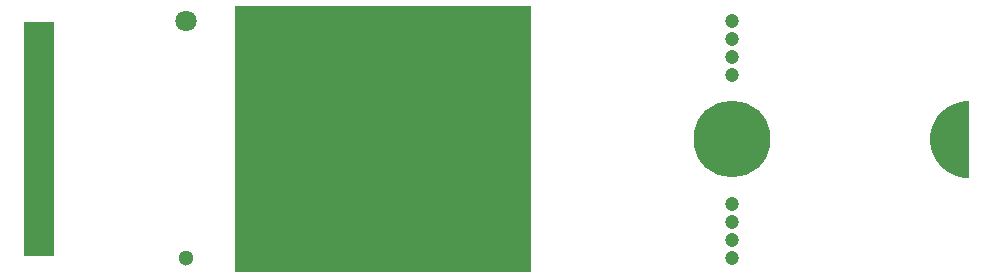
<source format=gbs>
G04*
G04 #@! TF.GenerationSoftware,Altium Limited,Altium Designer,20.1.12 (249)*
G04*
G04 Layer_Color=16711935*
%FSLAX44Y44*%
%MOMM*%
G71*
G04*
G04 #@! TF.SameCoordinates,D2571EE1-FD4D-4DC4-B5C4-F58D1C69BCFF*
G04*
G04*
G04 #@! TF.FilePolarity,Negative*
G04*
G01*
G75*
%ADD23C,1.3000*%
%ADD24C,1.8000*%
%ADD25C,6.5000*%
%ADD26C,1.2000*%
%ADD42R,25.1000X22.5000*%
%ADD43R,2.5500X19.8500*%
%ADD44C,0.1000*%
G36*
X420000Y156002D02*
X420994D01*
D01*
X420995D01*
X421125Y155993D01*
X421195Y155979D01*
X421254Y155968D01*
X421347Y155936D01*
X421378Y155926D01*
X423216Y155165D01*
X423216Y155165D01*
X423333Y155107D01*
X423442Y155034D01*
X423541Y154947D01*
X423541Y154947D01*
X424947Y153541D01*
X424947Y153541D01*
X425034Y153442D01*
X425107Y153333D01*
X425165Y153216D01*
X425165Y153216D01*
X425926Y151378D01*
X425968Y151254D01*
X425981Y151190D01*
X425993Y151125D01*
X426002Y150995D01*
Y150995D01*
D01*
Y149005D01*
D01*
Y149005D01*
X425993Y148875D01*
X425980Y148805D01*
X425968Y148746D01*
X425937Y148653D01*
X425926Y148622D01*
X425165Y146784D01*
X425165Y146784D01*
X425107Y146667D01*
X425034Y146558D01*
X424947Y146459D01*
X424947Y146459D01*
X423541Y145053D01*
X423541Y145053D01*
X423442Y144966D01*
X423377Y144923D01*
X423333Y144893D01*
X423216Y144835D01*
X423216Y144835D01*
X421378Y144074D01*
X421254Y144032D01*
X421190Y144019D01*
X421125Y144006D01*
X420994Y143998D01*
X380000D01*
X379005Y143998D01*
D01*
X379005D01*
X378875Y144006D01*
X378797Y144022D01*
X378746Y144032D01*
X378664Y144060D01*
X378622Y144074D01*
X376784Y144835D01*
X376667Y144893D01*
X376558Y144966D01*
X376459Y145052D01*
X375053Y146459D01*
X375052Y146459D01*
X374966Y146558D01*
X374893Y146667D01*
X374835Y146784D01*
X374835Y146784D01*
X374074Y148622D01*
X374032Y148746D01*
X374019Y148810D01*
X374006Y148875D01*
X373998Y149005D01*
Y149005D01*
Y149005D01*
X373998Y150995D01*
X374006Y151125D01*
X374020Y151195D01*
X374032Y151254D01*
X374063Y151347D01*
X374074Y151378D01*
X374835Y153216D01*
X374835Y153216D01*
X374893Y153333D01*
X374966Y153442D01*
X375052Y153541D01*
X375053Y153541D01*
X376459Y154947D01*
X376459D01*
Y154947D01*
X376558Y155034D01*
X376623Y155077D01*
X376667Y155107D01*
X376784Y155165D01*
X376784Y155165D01*
X378622Y155926D01*
X378746Y155968D01*
X378875Y155993D01*
X379005Y156002D01*
X379005D01*
D01*
X380000Y156002D01*
X420000Y156002D01*
X420000Y156002D01*
D02*
G37*
G36*
X800000Y77500D02*
X797442D01*
X792390Y78300D01*
X787524Y79881D01*
X782966Y82204D01*
X778828Y85210D01*
X775210Y88828D01*
X772204Y92966D01*
X769881Y97524D01*
X768300Y102390D01*
X767500Y107442D01*
Y112558D01*
X768300Y117610D01*
X769881Y122476D01*
X772204Y127034D01*
X775210Y131172D01*
X778828Y134790D01*
X782966Y137796D01*
X787524Y140119D01*
X792390Y141700D01*
X797442Y142500D01*
X800000D01*
Y77500D01*
D02*
G37*
G36*
X420000Y76002D02*
X420994Y76002D01*
X420994D01*
X420995D01*
X421125Y75993D01*
X421207Y75977D01*
X421254Y75968D01*
X421315Y75947D01*
X421378Y75926D01*
X423216Y75165D01*
X423216Y75165D01*
X423333Y75107D01*
X423442Y75034D01*
X423541Y74947D01*
X424947Y73541D01*
Y73541D01*
X424947D01*
X425034Y73442D01*
X425077Y73377D01*
X425107Y73333D01*
X425135Y73275D01*
X425165Y73216D01*
X425926Y71378D01*
X425937Y71347D01*
X425968Y71254D01*
X425980Y71196D01*
X425993Y71125D01*
X426002Y70995D01*
Y70995D01*
D01*
Y69005D01*
D01*
Y69005D01*
X425993Y68875D01*
X425981Y68810D01*
X425968Y68746D01*
X425926Y68622D01*
X425165Y66784D01*
X425165Y66784D01*
X425107Y66667D01*
X425034Y66558D01*
X424947Y66459D01*
X424947Y66459D01*
X423541Y65053D01*
X423442Y64966D01*
X423333Y64893D01*
X423216Y64835D01*
X421378Y64074D01*
X421294Y64046D01*
X421254Y64032D01*
X421176Y64017D01*
X421125Y64007D01*
X420995Y63998D01*
X420994D01*
X420994D01*
X420000Y63998D01*
X380000D01*
X379005Y63998D01*
X379005D01*
D01*
X378875Y64007D01*
X378797Y64022D01*
X378746Y64032D01*
X378664Y64060D01*
X378622Y64074D01*
X376784Y64835D01*
X376784Y64835D01*
X376667Y64893D01*
X376558Y64966D01*
X376459Y65053D01*
X376459Y65053D01*
X375052Y66459D01*
Y66459D01*
X375052D01*
X374966Y66558D01*
X374922Y66623D01*
X374893Y66667D01*
X374865Y66725D01*
X374835Y66784D01*
X374074Y68622D01*
X374063Y68653D01*
X374032Y68746D01*
X374020Y68804D01*
X374006Y68875D01*
X373998Y69005D01*
X373998Y70995D01*
Y70995D01*
Y70995D01*
X374006Y71125D01*
X374019Y71190D01*
X374032Y71254D01*
X374074Y71378D01*
X374835Y73216D01*
X374835Y73216D01*
X374893Y73333D01*
X374966Y73442D01*
X375052Y73541D01*
X375053Y73541D01*
X376459Y74947D01*
X376459Y74947D01*
X376558Y75034D01*
X376667Y75107D01*
X376784Y75165D01*
X376784Y75165D01*
X378622Y75926D01*
X378685Y75947D01*
X378746Y75968D01*
X378793Y75977D01*
X378875Y75993D01*
X379005Y76002D01*
X379005D01*
X379005D01*
X379999Y76002D01*
X380000Y76002D01*
X420000Y76002D01*
D02*
G37*
D23*
X137500Y10000D02*
D03*
D24*
Y210000D02*
D03*
D25*
X600000Y110000D02*
D03*
D26*
X600000Y10000D02*
D03*
Y25000D02*
D03*
Y40000D02*
D03*
Y55000D02*
D03*
Y165000D02*
D03*
Y180000D02*
D03*
Y195000D02*
D03*
Y210000D02*
D03*
X380000Y87500D02*
D03*
Y102500D02*
D03*
Y117500D02*
D03*
Y132500D02*
D03*
X420000Y210000D02*
D03*
Y195000D02*
D03*
Y180000D02*
D03*
Y165000D02*
D03*
Y55000D02*
D03*
Y40000D02*
D03*
Y25000D02*
D03*
Y10000D02*
D03*
D42*
X304500Y110000D02*
D03*
D43*
X12750Y110000D02*
D03*
D44*
X420000Y110000D02*
D03*
M02*

</source>
